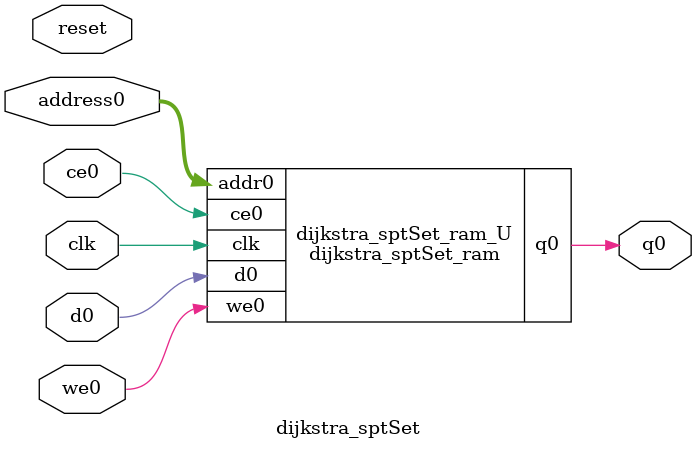
<source format=v>
`timescale 1 ns / 1 ps
module dijkstra_sptSet_ram (addr0, ce0, d0, we0, q0,  clk);

parameter DWIDTH = 1;
parameter AWIDTH = 4;
parameter MEM_SIZE = 9;

input[AWIDTH-1:0] addr0;
input ce0;
input[DWIDTH-1:0] d0;
input we0;
output reg[DWIDTH-1:0] q0;
input clk;

(* ram_style = "distributed" *)reg [DWIDTH-1:0] ram[0:MEM_SIZE-1];




always @(posedge clk)  
begin 
    if (ce0) 
    begin
        if (we0) 
        begin 
            ram[addr0] <= d0; 
        end 
        q0 <= ram[addr0];
    end
end


endmodule

`timescale 1 ns / 1 ps
module dijkstra_sptSet(
    reset,
    clk,
    address0,
    ce0,
    we0,
    d0,
    q0);

parameter DataWidth = 32'd1;
parameter AddressRange = 32'd9;
parameter AddressWidth = 32'd4;
input reset;
input clk;
input[AddressWidth - 1:0] address0;
input ce0;
input we0;
input[DataWidth - 1:0] d0;
output[DataWidth - 1:0] q0;



dijkstra_sptSet_ram dijkstra_sptSet_ram_U(
    .clk( clk ),
    .addr0( address0 ),
    .ce0( ce0 ),
    .we0( we0 ),
    .d0( d0 ),
    .q0( q0 ));

endmodule


</source>
